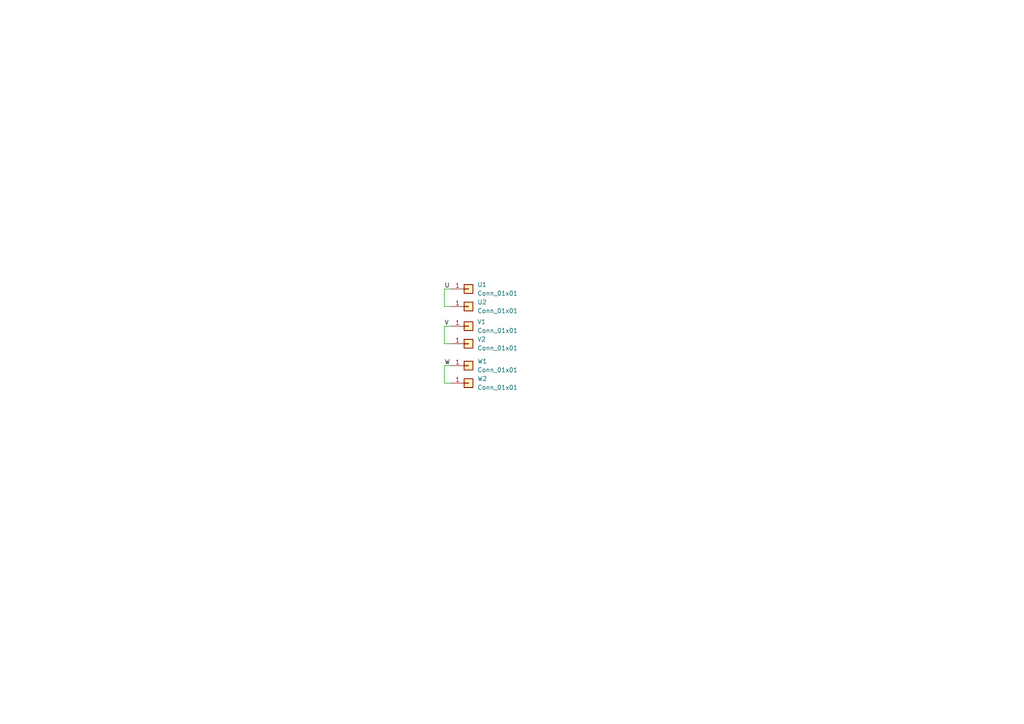
<source format=kicad_sch>
(kicad_sch (version 20211123) (generator eeschema)
  (paper "A4")
  (lib_symbols
    (symbol "Connector_Generic:Conn_01x01" (pin_names (offset 1.016) hide)
      (property "Reference" "J" (at 0 2.54 0))
      (property "Value" "Conn_01x01" (at 0 -2.54 0))
      (symbol "Conn_01x01_1_1"
        (rectangle (start -1.27 0.127) (end 0 -0.127) (stroke (width 0.1524)))
        (rectangle (start -1.27 1.27) (end 1.27 -1.27) (stroke (width 0.254)) (fill (type background)))
        (pin passive line (at -5.08 0 0) (length 3.81) (name "Pin_1") (number "1"))
      )
    )
  )
  (wire (pts (xy 128.905 94.615) (xy 128.905 99.695)))
  (wire (pts (xy 128.905 83.82) (xy 128.905 88.9)))
  (wire (pts (xy 130.81 83.82) (xy 128.905 83.82)))
  (wire (pts (xy 128.905 88.9) (xy 130.81 88.9)))
  (wire (pts (xy 128.905 99.695) (xy 130.81 99.695)))
  (wire (pts (xy 128.905 111.125) (xy 130.81 111.125)))
  (wire (pts (xy 130.81 106.045) (xy 128.905 106.045)))
  (wire (pts (xy 130.81 94.615) (xy 128.905 94.615)))
  (wire (pts (xy 128.905 106.045) (xy 128.905 111.125)))
  (label "W" (at 128.905 106.045 0))
  (label "U" (at 128.905 83.82 0))
  (label "V" (at 128.905 94.615 0))
  (symbol (lib_id "Connector_Generic:Conn_01x01") (at 135.89 94.615 0) (unit 1)
    (property "Reference" "V1" (at 138.43 93.3449 0) (effects (justify left)))
    (property "Value" "Conn_01x01" (at 138.43 95.8849 0) (effects (justify left)))
    (property "Footprint" "Robocon_Connector:hole_pad_5x4" (effects hide))
  )
  (symbol (lib_id "Connector_Generic:Conn_01x01") (at 135.89 88.9 0) (unit 1)
    (property "Reference" "U2" (at 138.43 87.6299 0) (effects (justify left)))
    (property "Value" "Conn_01x01" (at 138.43 90.1699 0) (effects (justify left)))
    (property "Footprint" "Robocon_Connector:hole_pad_5x4" (effects hide))
  )
  (symbol (lib_id "Connector_Generic:Conn_01x01") (at 135.89 106.045 0) (unit 1)
    (property "Reference" "W1" (at 138.43 104.7749 0) (effects (justify left)))
    (property "Value" "Conn_01x01" (at 138.43 107.3149 0) (effects (justify left)))
    (property "Footprint" "Robocon_Connector:hole_pad_5x4" (effects hide))
  )
  (symbol (lib_id "Connector_Generic:Conn_01x01") (at 135.89 99.695 0) (unit 1)
    (property "Reference" "V2" (at 138.43 98.4249 0) (effects (justify left)))
    (property "Value" "Conn_01x01" (at 138.43 100.9649 0) (effects (justify left)))
    (property "Footprint" "Robocon_Connector:hole_pad_5x4" (effects hide))
  )
  (symbol (lib_id "Connector_Generic:Conn_01x01") (at 135.89 83.82 0) (unit 1)
    (property "Reference" "U1" (at 138.43 82.5499 0) (effects (justify left)))
    (property "Value" "Conn_01x01" (at 138.43 85.0899 0) (effects (justify left)))
    (property "Footprint" "Robocon_Connector:hole_pad_5x4" (effects hide))
  )
  (symbol (lib_id "Connector_Generic:Conn_01x01") (at 135.89 111.125 0) (unit 1)
    (property "Reference" "W2" (at 138.43 109.8549 0) (effects (justify left)))
    (property "Value" "Conn_01x01" (at 138.43 112.3949 0) (effects (justify left)))
    (property "Footprint" "Robocon_Connector:hole_pad_5x4" (effects hide))
  )
)
</source>
